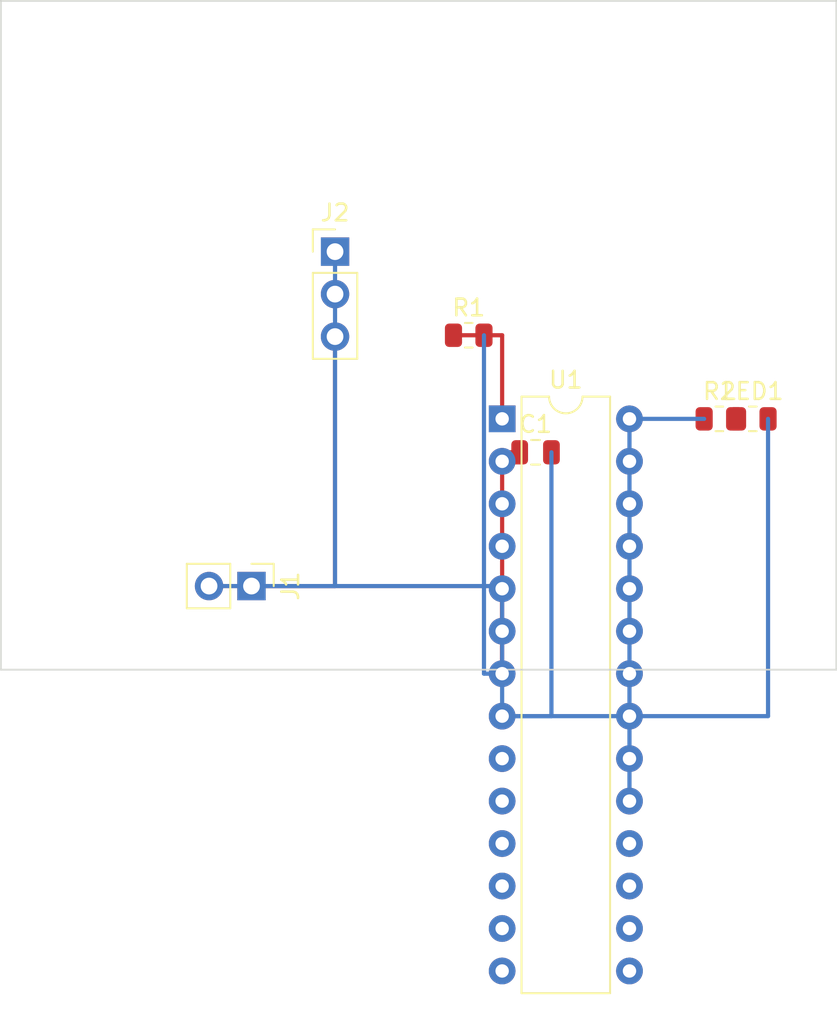
<source format=kicad_pcb>
(kicad_pcb (version 20211014) (generator pcbnew)
  (layers (0 "F.Cu" signal) (31 "B.Cu" signal) (34 "B.Paste" user) (35 "F.Paste" user) (36 "B.SilkS" user "B.Silkscreen") (37 "F.SilkS" user "F.Silkscreen") (38 "B.Mask" user) (39 "F.Mask" user) (44 "Edge.Cuts" user))
  (net 0 "")
  (footprint "PinHeader_1x02_P2.54mm_Vertical" (layer "F.Cu") (at 15 35 -90)
    (fp_text reference "J1" (at 0 -2.33 -90) (layer "F.SilkS"))
    (fp_text value "Power Header")
    (fp_line (start -1.33 1.27) (end 1.33 1.27) (layer "F.SilkS") (width 0.12))
    (fp_line (start -1.33 3.87) (end 1.33 3.87) (layer "F.SilkS") (width 0.12))
    (fp_line (start -1.33 1.27) (end -1.33 3.87) (layer "F.SilkS") (width 0.12))
    (fp_line (start -1.33 0) (end -1.33 -1.33) (layer "F.SilkS") (width 0.12))
    (fp_line (start -1.33 -1.33) (end 0 -1.33) (layer "F.SilkS") (width 0.12))
    (fp_line (start 1.33 1.27) (end 1.33 3.87) (layer "F.SilkS") (width 0.12))
    (pad "1" thru_hole rect (at 0 0 270) (size 1.7 1.7) (drill 1) (layers *.Cu *.Mask))
    (pad "2" thru_hole oval (at 0 2.54 270) (size 1.7 1.7) (drill 1) (layers *.Cu *.Mask))
  )
  (footprint "PinHeader_1x03_P2.54mm_Vertical" (layer "F.Cu") (at 20 15)
    (fp_text reference "J2" (at 0 -2.33) (layer "F.SilkS"))
    (fp_text value "TMP36 Sensor Connector")
    (fp_line (start -1.33 6.41) (end 1.33 6.41) (layer "F.SilkS") (width 0.12))
    (fp_line (start 1.33 1.27) (end 1.33 6.41) (layer "F.SilkS") (width 0.12))
    (fp_line (start -1.33 1.27) (end 1.33 1.27) (layer "F.SilkS") (width 0.12))
    (fp_line (start -1.33 0) (end -1.33 -1.33) (layer "F.SilkS") (width 0.12))
    (fp_line (start -1.33 -1.33) (end 0 -1.33) (layer "F.SilkS") (width 0.12))
    (fp_line (start -1.33 1.27) (end -1.33 6.41) (layer "F.SilkS") (width 0.12))
    (pad "1" thru_hole rect (at 0 0) (size 1.7 1.7) (drill 1) (layers *.Cu *.Mask))
    (pad "2" thru_hole oval (at 0 2.54) (size 1.7 1.7) (drill 1) (layers *.Cu *.Mask))
    (pad "3" thru_hole oval (at 0 5.08) (size 1.7 1.7) (drill 1) (layers *.Cu *.Mask))
  )
  (footprint "C_0805_2012Metric" (layer "F.Cu") (at 32 27)
    (fp_text reference "C1" (at 0 -1.68) (layer "F.SilkS"))
    (fp_text value "100nF")
    (fp_line (start -0.261252 0.735) (end 0.261252 0.735) (layer "F.SilkS") (width 0.12))
    (fp_line (start -0.261252 -0.735) (end 0.261252 -0.735) (layer "F.SilkS") (width 0.12))
    (pad "1" smd roundrect (at -0.95 0) (size 1 1.45) (layers "F.Cu" "F.Paste" "F.Mask"))
    (pad "2" smd roundrect (at 0.95 0) (size 1 1.45) (layers "F.Cu" "F.Paste" "F.Mask"))
  )
  (footprint "R_0805_2012Metric" (layer "F.Cu") (at 45 25)
    (fp_text reference "LED1" (at 0 -1.65) (layer "F.SilkS"))
    (fp_text value "LED")
    (fp_line (start -0.227064 0.735) (end 0.227064 0.735) (layer "F.SilkS") (width 0.12))
    (fp_line (start -0.227064 -0.735) (end 0.227064 -0.735) (layer "F.SilkS") (width 0.12))
    (pad "1" smd roundrect (at -0.9125 0) (size 1.025 1.4) (layers "F.Cu" "F.Paste" "F.Mask") (roundrect_rratio 0.243902))
    (pad "2" smd roundrect (at 0.9125 0) (size 1.025 1.4) (layers "F.Cu" "F.Paste" "F.Mask") (roundrect_rratio 0.243902))
  )
  (footprint "R_0805_2012Metric" (layer "F.Cu") (at 28 20)
    (fp_text reference "R1" (at 0 -1.65) (layer "F.SilkS"))
    (fp_text value "10K")
    (fp_line (start -0.227064 0.735) (end 0.227064 0.735) (layer "F.SilkS") (width 0.12))
    (fp_line (start -0.227064 -0.735) (end 0.227064 -0.735) (layer "F.SilkS") (width 0.12))
    (pad "1" smd roundrect (at -0.9125 0) (size 1.025 1.4) (layers "F.Cu" "F.Paste" "F.Mask") (roundrect_rratio 0.243902))
    (pad "2" smd roundrect (at 0.9125 0) (size 1.025 1.4) (layers "F.Cu" "F.Paste" "F.Mask") (roundrect_rratio 0.243902))
  )
  (footprint "R_0805_2012Metric" (layer "F.Cu") (at 43 25)
    (fp_text reference "R2" (at 0 -1.65) (layer "F.SilkS"))
    (fp_text value "220R")
    (fp_line (start -0.227064 -0.735) (end 0.227064 -0.735) (layer "F.SilkS") (width 0.12))
    (fp_line (start -0.227064 0.735) (end 0.227064 0.735) (layer "F.SilkS") (width 0.12))
    (pad "1" smd roundrect (at -0.9125 0) (size 1.025 1.4) (layers "F.Cu" "F.Paste" "F.Mask") (roundrect_rratio 0.243902))
    (pad "2" smd roundrect (at 0.9125 0) (size 1.025 1.4) (layers "F.Cu" "F.Paste" "F.Mask") (roundrect_rratio 0.243902))
  )
  (footprint "DIP-28_W7.62mm" (layer "F.Cu") (at 30 25)
    (fp_text reference "U1" (at 3.81 -2.33) (layer "F.SilkS"))
    (fp_text value "ATmega328P")
    (fp_line (start 1.16 34.35) (end 6.46 34.35) (layer "F.SilkS") (width 0.12))
    (fp_line (start 6.46 34.35) (end 6.46 -1.33) (layer "F.SilkS") (width 0.12))
    (fp_line (start 1.16 -1.33) (end 1.16 34.35) (layer "F.SilkS") (width 0.12))
    (fp_line (start 6.46 -1.33) (end 4.81 -1.33) (layer "F.SilkS") (width 0.12))
    (fp_line (start 2.81 -1.33) (end 1.16 -1.33) (layer "F.SilkS") (width 0.12))
    (fp_arc (start 4.81 -1.33) (mid 3.81 -0.33) (end 2.81 -1.33) (layer "F.SilkS") (width 0.12))
    (pad "1" thru_hole rect (at 0 0) (size 1.6 1.6) (drill 0.8) (layers *.Cu *.Mask))
    (pad "2" thru_hole oval (at 0 2.54) (size 1.6 1.6) (drill 0.8) (layers *.Cu *.Mask))
    (pad "3" thru_hole oval (at 0 5.08) (size 1.6 1.6) (drill 0.8) (layers *.Cu *.Mask))
    (pad "4" thru_hole oval (at 0 7.62) (size 1.6 1.6) (drill 0.8) (layers *.Cu *.Mask))
    (pad "5" thru_hole oval (at 0 10.16) (size 1.6 1.6) (drill 0.8) (layers *.Cu *.Mask))
    (pad "6" thru_hole oval (at 0 12.7) (size 1.6 1.6) (drill 0.8) (layers *.Cu *.Mask))
    (pad "7" thru_hole oval (at 0 15.24) (size 1.6 1.6) (drill 0.8) (layers *.Cu *.Mask))
    (pad "8" thru_hole oval (at 0 17.78) (size 1.6 1.6) (drill 0.8) (layers *.Cu *.Mask))
    (pad "9" thru_hole oval (at 0 20.32) (size 1.6 1.6) (drill 0.8) (layers *.Cu *.Mask))
    (pad "10" thru_hole oval (at 0 22.86) (size 1.6 1.6) (drill 0.8) (layers *.Cu *.Mask))
    (pad "11" thru_hole oval (at 0 25.4) (size 1.6 1.6) (drill 0.8) (layers *.Cu *.Mask))
    (pad "12" thru_hole oval (at 0 27.94) (size 1.6 1.6) (drill 0.8) (layers *.Cu *.Mask))
    (pad "13" thru_hole oval (at 0 30.48) (size 1.6 1.6) (drill 0.8) (layers *.Cu *.Mask))
    (pad "14" thru_hole oval (at 0 33.02) (size 1.6 1.6) (drill 0.8) (layers *.Cu *.Mask))
    (pad "15" thru_hole oval (at 7.62 33.02) (size 1.6 1.6) (drill 0.8) (layers *.Cu *.Mask))
    (pad "16" thru_hole oval (at 7.62 30.48) (size 1.6 1.6) (drill 0.8) (layers *.Cu *.Mask))
    (pad "17" thru_hole oval (at 7.62 27.94) (size 1.6 1.6) (drill 0.8) (layers *.Cu *.Mask))
    (pad "18" thru_hole oval (at 7.62 25.4) (size 1.6 1.6) (drill 0.8) (layers *.Cu *.Mask))
    (pad "19" thru_hole oval (at 7.62 22.86) (size 1.6 1.6) (drill 0.8) (layers *.Cu *.Mask))
    (pad "20" thru_hole oval (at 7.62 20.32) (size 1.6 1.6) (drill 0.8) (layers *.Cu *.Mask))
    (pad "21" thru_hole oval (at 7.62 17.78) (size 1.6 1.6) (drill 0.8) (layers *.Cu *.Mask))
    (pad "22" thru_hole oval (at 7.62 15.24) (size 1.6 1.6) (drill 0.8) (layers *.Cu *.Mask))
    (pad "23" thru_hole oval (at 7.62 12.7) (size 1.6 1.6) (drill 0.8) (layers *.Cu *.Mask))
    (pad "24" thru_hole oval (at 7.62 10.16) (size 1.6 1.6) (drill 0.8) (layers *.Cu *.Mask))
    (pad "25" thru_hole oval (at 7.62 7.62) (size 1.6 1.6) (drill 0.8) (layers *.Cu *.Mask))
    (pad "26" thru_hole oval (at 7.62 5.08) (size 1.6 1.6) (drill 0.8) (layers *.Cu *.Mask))
    (pad "27" thru_hole oval (at 7.62 2.54) (size 1.6 1.6) (drill 0.8) (layers *.Cu *.Mask))
    (pad "28" thru_hole oval (at 7.62 0) (size 1.6 1.6) (drill 0.8) (layers *.Cu *.Mask))
  )
  (gr_line (start 50 0) (end 50 40) (layer "Edge.Cuts") (width 0.1))
  (gr_line (start 0 40) (end 0 0) (layer "Edge.Cuts") (width 0.1))
  (gr_line (start 50 40) (end 0 40) (layer "Edge.Cuts") (width 0.1))
  (gr_line (start 0 0) (end 50 0) (layer "Edge.Cuts") (width 0.1))
  (segment (start 43.9125 25) (end 44.0875 25) (width 0.25) (layer "F.Cu") (net 0))
  (segment (start 30 20) (end 27.0875 20) (width 0.25) (layer "F.Cu") (net 0))
  (segment (start 20 35) (end 12.46 35) (width 0.25) (layer "F.Cu") (net 0))
  (segment (start 30 35) (end 30 40.24) (width 0.25) (layer "F.Cu") (net 0))
  (segment (start 30 25) (end 30 20) (width 0.25) (layer "F.Cu") (net 0))
  (segment (start 30 40.24) (end 30 27) (width 0.25) (layer "F.Cu") (net 0))
  (segment (start 15 35) (end 30 35) (width 0.25) (layer "F.Cu") (net 0))
  (segment (start 20 20.08) (end 20 35) (width 0.25) (layer "F.Cu") (net 0))
  (segment (start 30 27) (end 31.05 27) (width 0.25) (layer "F.Cu") (net 0))
  (segment (start 45.9125 42.78) (end 30 42.78) (width 0.25) (layer "B.Cu") (net 0))
  (segment (start 20 35) (end 15 35) (width 0.25) (layer "B.Cu") (net 0))
  (segment (start 45.9125 25) (end 45.9125 42.78) (width 0.25) (layer "B.Cu") (net 0))
  (segment (start 28.9125 40.24) (end 30 40.24) (width 0.25) (layer "B.Cu") (net 0))
  (segment (start 30 35) (end 30 42.78) (width 0.25) (layer "B.Cu") (net 0))
  (segment (start 37.62 25) (end 42.0875 25) (width 0.25) (layer "B.Cu") (net 0))
  (segment (start 37.62 47.86) (end 37.62 25) (width 0.25) (layer "B.Cu") (net 0))
  (segment (start 20 15) (end 20 35) (width 0.25) (layer "B.Cu") (net 0))
  (segment (start 32.95 42.78) (end 30 42.78) (width 0.25) (layer "B.Cu") (net 0))
  (segment (start 12.46 35) (end 30 35) (width 0.25) (layer "B.Cu") (net 0))
  (segment (start 28.9125 20) (end 28.9125 40.24) (width 0.25) (layer "B.Cu") (net 0))
  (segment (start 32.95 27) (end 32.95 42.78) (width 0.25) (layer "B.Cu") (net 0))
)
</source>
